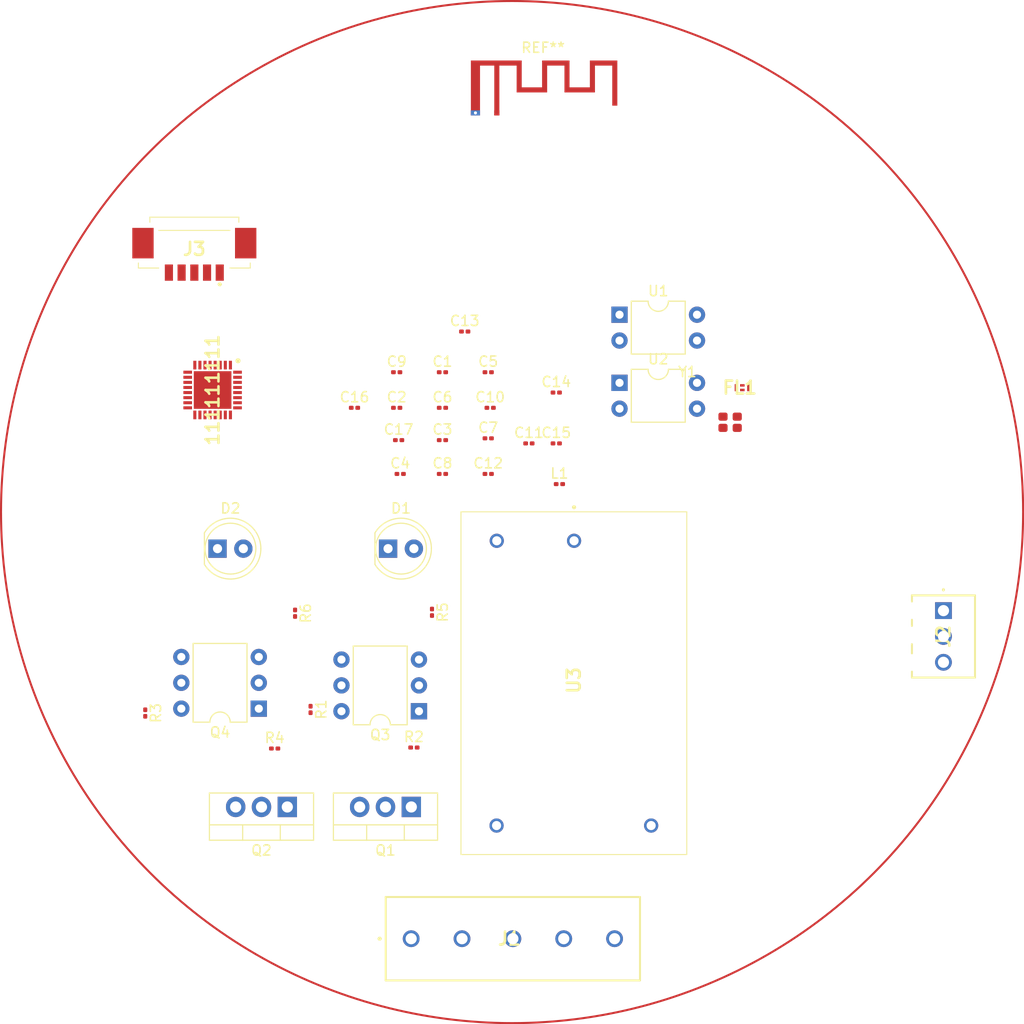
<source format=kicad_pcb>
(kicad_pcb (version 20240108) (generator "pcbnew") (generator_version "8.0")
  (layers (0 "F.Cu" signal) (31 "B.Cu" signal) (34 "B.Paste" user) (35 "F.Paste" user) (36 "B.SilkS" user "B.Silkscreen") (37 "F.SilkS" user "F.Silkscreen") (38 "B.Mask" user) (39 "F.Mask" user) (44 "Edge.Cuts" user))
  (net 0 "")
  (net 2 "VDD")
  (net 4 "JTCK{slash}SWCLK")
  (net 5 "Net-(111111111-RF)")
  (net 7 "Net-(111111111-PA1)")
  (net 9 "Net-(111111111-OSC_OUT)")
  (net 14 "Motor_output_2")
  (net 15 "Motor_output_1")
  (net 16 "Net-(111111111-OSC_IN)")
  (net 18 "JTMS{slash}SWDIO")
  (net 19 "Net-(111111111-PA0)")
  (net 21 "Negated Reset")
  (net 22 "GND")
  (net 25 "Net-(111111111-PH3-BOOT0)")
  (net 27 "Net-(FL1-IN)")
  (net 28 "Net-(D1-A)")
  (net 29 "Net-(D2-A)")
  (net 30 "Net-(AE1-A)")
  (net 31 "Q1_connector")
  (net 32 "L_connector")
  (net 33 "Q2_connector")
  (net 34 "N_connector")
  (net 35 "Switch_Input_2")
  (net 36 "Switch_Common")
  (net 37 "Switch_input_1")
  (net 40 "Net-(Q1-G)")
  (net 41 "Net-(Q2-G)")
  (net 42 "Net-(Q3-Pad1)")
  (net 43 "Net-(Q3-Pad6)")
  (net 44 "Net-(Q3-Pad4)")
  (net 48 "Net-(Q4-Pad6)")
  (net 49 "Net-(Q4-Pad4)")
  (net 50 "Net-(Q4-Pad1)")
  (footprint "Capacitor_SMD:C_0201_0603Metric" (layer "F.Cu") (at 115.845 90.678)
    (property "Reference" "C17" (at 0 -1.05 0) (layer "F.SilkS"))
    (property "Value" "100nF")
    (pad "1" smd roundrect (at -0.32 0) (size 0.46 0.4) (layers "F.Cu" "F.Mask") (net 2 "VDD"))
    (pad "2" smd roundrect (at 0.32 0) (size 0.46 0.4) (layers "F.Cu" "F.Mask") (net 22 "GND"))
  )
  (footprint "Resistor_SMD:R_0201_0603Metric" (layer "F.Cu") (at 103.655 121)
    (property "Reference" "R4" (at 0 -1.05 0) (layer "F.SilkS"))
    (property "Value" "180R")
    (pad "1" smd roundrect (at -0.32 0) (size 0.46 0.4) (layers "F.Cu" "F.Mask") (net 48 "Net-(Q4-Pad6)"))
    (pad "2" smd roundrect (at 0.32 0) (size 0.46 0.4) (layers "F.Cu" "F.Mask") (net 32 "L_connector"))
  )
  (footprint "Package_DIP:DIP-6_W7.62mm" (layer "F.Cu") (at 117.846 117.333 180)
    (property "Reference" "Q3" (at 3.81 -2.33 0) (layer "F.SilkS"))
    (property "Value" "MOC3032M")
    (fp_line (start 6.46 6.41) (end 6.46 -1.33) (stroke (width 0.12)) (layer "F.SilkS"))
    (fp_line (start 6.46 -1.33) (end 4.81 -1.33) (stroke (width 0.12)) (layer "F.SilkS"))
    (fp_line (start 2.81 -1.33) (end 1.16 -1.33) (stroke (width 0.12)) (layer "F.SilkS"))
    (fp_line (start 1.16 6.41) (end 6.46 6.41) (stroke (width 0.12)) (layer "F.SilkS"))
    (fp_line (start 1.16 -1.33) (end 1.16 6.41) (stroke (width 0.12)) (layer "F.SilkS"))
    (fp_arc (start 4.81 -1.33) (mid 3.81 -0.33) (end 2.81 -1.33) (stroke (width 0.12)) (layer "F.SilkS"))
    (pad "1" thru_hole rect (at 0 0 180) (size 1.6 1.6) (drill 0.8) (layers "*.Cu" "*.Mask") (net 42 "Net-(Q3-Pad1)"))
    (pad "2" thru_hole oval (at 0 2.54 180) (size 1.6 1.6) (drill 0.8) (layers "*.Cu" "*.Mask") (net 28 "Net-(D1-A)"))
    (pad "3" thru_hole oval (at 0 5.08 180) (size 1.6 1.6) (drill 0.8) (layers "*.Cu" "*.Mask"))
    (pad "4" thru_hole oval (at 7.62 5.08 180) (size 1.6 1.6) (drill 0.8) (layers "*.Cu" "*.Mask") (net 44 "Net-(Q3-Pad4)"))
    (pad "5" thru_hole oval (at 7.62 2.54 180) (size 1.6 1.6) (drill 0.8) (layers "*.Cu" "*.Mask"))
    (pad "6" thru_hole oval (at 7.62 0 180) (size 1.6 1.6) (drill 0.8) (layers "*.Cu" "*.Mask") (net 43 "Net-(Q3-Pad6)"))
  )
  (footprint "LED_THT:LED_D5.0mm_IRGrey" (layer "F.Cu") (at 98.039 101.346)
    (property "Reference" "D2" (at 1.27 -3.96 0) (layer "F.SilkS"))
    (property "Value" "LD271")
    (fp_line (start -1.29 -1.545) (end -1.29 1.545) (stroke (width 0.12)) (layer "F.SilkS"))
    (fp_arc (start -1.29 -1.54483) (mid 2.072002 -2.880433) (end 4.26 0.000462) (stroke (width 0.12)) (layer "F.SilkS"))
    (fp_arc (start 4.26 -0.000462) (mid 2.072002 2.880433) (end -1.29 1.54483) (stroke (width 0.12)) (layer "F.SilkS"))
    (fp_circle (center 1.27 0) (end 3.77 0) (stroke (width 0.12)) (fill none) (layer "F.SilkS"))
    (pad "1" thru_hole rect (at 0 0) (size 1.8 1.8) (drill 0.9) (layers "*.Cu" "*.Mask") (net 14 "Motor_output_2"))
    (pad "2" thru_hole circle (at 2.54 0) (size 1.8 1.8) (drill 0.9) (layers "*.Cu" "*.Mask") (net 29 "Net-(D2-A)"))
  )
  (footprint "Capacitor_SMD:C_0201_0603Metric" (layer "F.Cu") (at 124.845 87.5)
    (property "Reference" "C10" (at 0 -1.05 0) (layer "F.SilkS"))
    (property "Value" "100nF")
    (pad "1" smd roundrect (at -0.32 0) (size 0.46 0.4) (layers "F.Cu" "F.Mask") (net 2 "VDD"))
    (pad "2" smd roundrect (at 0.32 0) (size 0.46 0.4) (layers "F.Cu" "F.Mask") (net 22 "GND"))
  )
  (footprint "Inductor_SMD:L_0201_0603Metric" (layer "F.Cu") (at 131.655 95)
    (property "Reference" "L1" (at 0 -1.05 0) (layer "F.SilkS"))
    (property "Value" "2.7nH")
    (pad "1" smd roundrect (at -0.32 0) (size 0.46 0.4) (layers "F.Cu" "F.Mask") (net 5 "Net-(111111111-RF)"))
    (pad "2" smd roundrect (at 0.32 0) (size 0.46 0.4) (layers "F.Cu" "F.Mask") (net 27 "Net-(FL1-IN)"))
  )
  (footprint "Capacitor_SMD:C_0201_0603Metric" (layer "F.Cu") (at 131.345 91)
    (property "Reference" "C15" (at 0 -1.05 0) (layer "F.SilkS"))
    (property "Value" "0.3pF")
    (pad "1" smd roundrect (at -0.32 0) (size 0.46 0.4) (layers "F.Cu" "F.Mask") (net 27 "Net-(FL1-IN)"))
    (pad "2" smd roundrect (at 0.32 0) (size 0.46 0.4) (layers "F.Cu" "F.Mask") (net 22 "GND"))
  )
  (footprint "Capacitor_SMD:C_0201_0603Metric" (layer "F.Cu") (at 116 94)
    (property "Reference" "C4" (at 0 -1.05 0) (layer "F.SilkS"))
    (property "Value" "470nF")
    (pad "1" smd roundrect (at -0.32 0) (size 0.46 0.4) (layers "F.Cu" "F.Mask") (net 2 "VDD"))
    (pad "2" smd roundrect (at 0.32 0) (size 0.46 0.4) (layers "F.Cu" "F.Mask") (net 22 "GND"))
  )
  (footprint "Resistor_SMD:R_0201_0603Metric" (layer "F.Cu") (at 105.664 107.696 -90)
    (property "Reference" "R6" (at 0 -1.05 90) (layer "F.SilkS"))
    (property "Value" "330R")
    (pad "1" smd roundrect (at -0.32 0 270) (size 0.46 0.4) (layers "F.Cu" "F.Mask") (net 2 "VDD"))
    (pad "2" smd roundrect (at 0.32 0 270) (size 0.46 0.4) (layers "F.Cu" "F.Mask") (net 50 "Net-(Q4-Pad1)"))
  )
  (footprint "Capacitor_SMD:C_0201_0603Metric" (layer "F.Cu") (at 115.655 87.5)
    (property "Reference" "C2" (at 0 -1.05 0) (layer "F.SilkS"))
    (property "Value" "100nF")
    (pad "1" smd roundrect (at -0.32 0) (size 0.46 0.4) (layers "F.Cu" "F.Mask") (net 2 "VDD"))
    (pad "2" smd roundrect (at 0.32 0) (size 0.46 0.4) (layers "F.Cu" "F.Mask") (net 22 "GND"))
  )
  (footprint "Resistor_SMD:R_0201_0603Metric" (layer "F.Cu") (at 107.188 117.16 -90)
    (property "Reference" "R1" (at 0 -1.05 90) (layer "F.SilkS"))
    (property "Value" "180R")
    (pad "1" smd roundrect (at -0.32 0 270) (size 0.46 0.4) (layers "F.Cu" "F.Mask") (net 44 "Net-(Q3-Pad4)"))
    (pad "2" smd roundrect (at 0.32 0 270) (size 0.46 0.4) (layers "F.Cu" "F.Mask") (net 40 "Net-(Q1-G)"))
  )
  (footprint "Capacitor_SMD:C_0201_0603Metric" (layer "F.Cu") (at 120.155 84)
    (property "Reference" "C1" (at 0 -1.05 0) (layer "F.SilkS"))
    (property "Value" "4.7uF")
    (pad "1" smd roundrect (at -0.32 0) (size 0.46 0.4) (layers "F.Cu" "F.Mask") (net 2 "VDD"))
    (pad "2" smd roundrect (at 0.32 0) (size 0.46 0.4) (layers "F.Cu" "F.Mask") (net 22 "GND"))
  )
  (footprint "Package_DIP:DIP-6_W7.62mm" (layer "F.Cu") (at 102.098 117.079 180)
    (property "Reference" "Q4" (at 3.81 -2.33 0) (layer "F.SilkS"))
    (property "Value" "MOC3032M")
    (fp_line (start 6.46 6.41) (end 6.46 -1.33) (stroke (width 0.12)) (layer "F.SilkS"))
    (fp_line (start 6.46 -1.33) (end 4.81 -1.33) (stroke (width 0.12)) (layer "F.SilkS"))
    (fp_line (start 2.81 -1.33) (end 1.16 -1.33) (stroke (width 0.12)) (layer "F.SilkS"))
    (fp_line (start 1.16 6.41) (end 6.46 6.41) (stroke (width 0.12)) (layer "F.SilkS"))
    (fp_line (start 1.16 -1.33) (end 1.16 6.41) (stroke (width 0.12)) (layer "F.SilkS"))
    (fp_arc (start 4.81 -1.33) (mid 3.81 -0.33) (end 2.81 -1.33) (stroke (width 0.12)) (layer "F.SilkS"))
    (pad "1" thru_hole rect (at 0 0 180) (size 1.6 1.6) (drill 0.8) (layers "*.Cu" "*.Mask") (net 50 "Net-(Q4-Pad1)"))
    (pad "2" thru_hole oval (at 0 2.54 180) (size 1.6 1.6) (drill 0.8) (layers "*.Cu" "*.Mask") (net 29 "Net-(D2-A)"))
    (pad "3" thru_hole oval (at 0 5.08 180) (size 1.6 1.6) (drill 0.8) (layers "*.Cu" "*.Mask"))
    (pad "4" thru_hole oval (at 7.62 5.08 180) (size 1.6 1.6) (drill 0.8) (layers "*.Cu" "*.Mask") (net 49 "Net-(Q4-Pad4)"))
    (pad "5" thru_hole oval (at 7.62 2.54 180) (size 1.6 1.6) (drill 0.8) (layers "*.Cu" "*.Mask"))
    (pad "6" thru_hole oval (at 7.62 0 180) (size 1.6 1.6) (drill 0.8) (layers "*.Cu" "*.Mask") (net 48 "Net-(Q4-Pad6)"))
  )
  (footprint "Package_DIP:DIP-4_W7.62mm" (layer "F.Cu") (at 137.565 78.345)
    (property "Reference" "U1" (at 3.81 -2.33 0) (layer "F.SilkS"))
    (property "Value" "LTV-817")
    (fp_line (start 1.16 -1.33) (end 1.16 3.87) (stroke (width 0.12)) (layer "F.SilkS"))
    (fp_line (start 1.16 3.87) (end 6.46 3.87) (stroke (width 0.12)) (layer "F.SilkS"))
    (fp_line (start 2.81 -1.33) (end 1.16 -1.33) (stroke (width 0.12)) (layer "F.SilkS"))
    (fp_line (start 6.46 -1.33) (end 4.81 -1.33) (stroke (width 0.12)) (layer "F.SilkS"))
    (fp_line (start 6.46 3.87) (end 6.46 -1.33) (stroke (width 0.12)) (layer "F.SilkS"))
    (fp_arc (start 4.81 -1.33) (mid 3.81 -0.33) (end 2.81 -1.33) (stroke (width 0.12)) (layer "F.SilkS"))
    (pad "1" thru_hole rect (at 0 0) (size 1.6 1.6) (drill 0.8) (layers "*.Cu" "*.Mask") (net 37 "Switch_input_1"))
    (pad "2" thru_hole oval (at 0 2.54) (size 1.6 1.6) (drill 0.8) (layers "*.Cu" "*.Mask") (net 36 "Switch_Common"))
    (pad "3" thru_hole oval (at 7.62 2.54) (size 1.6 1.6) (drill 0.8) (layers "*.Cu" "*.Mask") (net 22 "GND"))
    (pad "4" thru_hole oval (at 7.62 0) (size 1.6 1.6) (drill 0.8) (layers "*.Cu" "*.Mask") (net 19 "Net-(111111111-PA0)"))
  )
  (footprint "Sterownik_roletyLibrary:2828365" (layer "F.Cu") (at 117.08 139.7)
    (property "Reference" "J1" (at 9.65 0 0) (layer "F.SilkS") (effects (font (size 1.27 1.27) (thickness 0.254))))
    (property "Value" "282836-5" (hide yes))
    (fp_line (start -3.2 0) (end -3.2 0) (stroke (width 0.2)) (layer "F.SilkS"))
    (fp_line (start -3 0) (end -3 0) (stroke (width 0.2)) (layer "F.SilkS"))
    (fp_line (start -2.5 -4.1) (end 22.5 -4.1) (stroke (width 0.2)) (layer "F.SilkS"))
    (fp_line (start -2.5 4.1) (end -2.5 -4.1) (stroke (width 0.2)) (layer "F.SilkS"))
    (fp_line (start 22.5 -4.1) (end 22.5 4.1) (stroke (width 0.2)) (layer "F.SilkS"))
    (fp_line (start 22.5 4.1) (end -2.5 4.1) (stroke (width 0.2)) (layer "F.SilkS"))
    (fp_arc (start -3.2 0) (mid -3.1 -0.1) (end -3 0) (stroke (width 0.2)) (layer "F.SilkS"))
    (fp_arc (start -3 0) (mid -3.1 0.1) (end -3.2 0) (stroke (width 0.2)) (layer "F.SilkS"))
    (pad "1" thru_hole circle (at 0 0) (size 1.65 1.65) (drill 1.1) (layers "*.Cu" "*.Mask") (net 33 "Q2_connector"))
    (pad "2" thru_hole circle (at 5 0) (size 1.65 1.65) (drill 1.1) (layers "*.Cu" "*.Mask") (net 31 "Q1_connector"))
    (pad "3" thru_hole circle (at 10 0) (size 1.65 1.65) (drill 1.1) (layers "*.Cu" "*.Mask") (net 34 "N_connector"))
    (pad "4" thru_hole circle (at 15 0) (size 1.65 1.65) (drill 1.1) (layers "*.Cu" "*.Mask") (net 34 "N_connector"))
    (pad "5" thru_hole circle (at 20 0) (size 1.65 1.65) (drill 1.1) (layers "*.Cu" "*.Mask") (net 32 "L_connector"))
  )
  (footprint "Resistor_SMD:R_0201_0603Metric" (layer "F.Cu") (at 90.932 117.511 -90)
    (property "Reference" "R3" (at 0 -1.05 90) (layer "F.SilkS"))
    (property "Value" "180R")
    (pad "1" smd roundrect (at -0.32 0 270) (size 0.46 0.4) (layers "F.Cu" "F.Mask") (net 49 "Net-(Q4-Pad4)"))
    (pad "2" smd roundrect (at 0.32 0 270) (size 0.46 0.4) (layers "F.Cu" "F.Mask") (net 41 "Net-(Q2-G)"))
  )
  (footprint "Sterownik_roletyLibrary:TXC 7R-32.000MEEV-T" (layer "F.Cu") (at 148.44 88.92)
    (property "Reference" "Y1" (at -4.2 -4.95 0) (layer "F.SilkS"))
    (property "Value" "TXC 7R-32.000MEEV-T")
    (pad "1" smd roundrect (at -0.7 0.55) (size 0.9 0.8) (layers "F.Cu" "F.Paste" "F.Mask") (net 9 "Net-(111111111-OSC_OUT)"))
    (pad "2" smd roundrect (at 0.7 0.55) (size 0.9 0.8) (layers "F.Cu" "F.Paste" "F.Mask") (net 22 "GND"))
    (pad "3" smd roundrect (at 0.7 -0.55) (size 0.9 0.8) (layers "F.Cu" "F.Paste" "F.Mask") (net 16 "Net-(111111111-OSC_IN)"))
    (pad "4" smd roundrect (at -0.7 -0.55) (size 0.9 0.8) (layers "F.Cu" "F.Paste" "F.Mask") (net 22 "GND"))
  )
  (footprint "Capacitor_SMD:C_0201_0603Metric" (layer "F.Cu") (at 124.655 94)
    (property "Reference" "C12" (at 0 -1.05 0) (layer "F.SilkS"))
    (property "Value" "100nF")
    (pad "1" smd roundrect (at -0.32 0) (size 0.46 0.4) (layers "F.Cu" "F.Mask") (net 25 "Net-(111111111-PH3-BOOT0)"))
    (pad "2" smd roundrect (at 0.32 0) (size 0.46 0.4) (layers "F.Cu" "F.Mask") (net 22 "GND"))
  )
  (footprint "Capacitor_SMD:C_0201_0603Metric" (layer "F.Cu") (at 124.655 84)
    (property "Reference" "C5" (at 0 -1.05 0) (layer "F.SilkS"))
    (property "Value" "1uF")
    (pad "1" smd roundrect (at -0.32 0) (size 0.46 0.4) (layers "F.Cu" "F.Mask") (net 2 "VDD"))
    (pad "2" smd roundrect (at 0.32 0) (size 0.46 0.4) (layers "F.Cu" "F.Mask") (net 22 "GND"))
  )
  (footprint "Capacitor_SMD:C_0201_0603Metric" (layer "F.Cu") (at 120.155 90.678)
    (property "Reference" "C3" (at 0 -1.05 0) (layer "F.SilkS"))
    (property "Value" "100nF")
    (pad "1" smd roundrect (at -0.32 0) (size 0.46 0.4) (layers "F.Cu" "F.Mask") (net 2 "VDD"))
    (pad "2" smd roundrect (at 0.32 0) (size 0.46 0.4) (layers "F.Cu" "F.Mask") (net 22 "GND"))
  )
  (footprint "Package_TO_SOT_THT:TO-220-3_Vertical" (layer "F.Cu") (at 104.902 126.746 180)
    (property "Reference" "Q2" (at 2.54 -4.27 0) (layer "F.SilkS"))
    (property "Value" "BT136-600")
    (fp_line (start 7.66 -3.27) (end 7.66 1.371) (stroke (width 0.12)) (layer "F.SilkS"))
    (fp_line (start 4.391 -3.27) (end 4.391 -1.76) (stroke (width 0.12)) (layer "F.SilkS"))
    (fp_line (start 0.69 -3.27) (end 0.69 -1.76) (stroke (width 0.12)) (layer "F.SilkS"))
    (fp_line (start -2.58 1.371) (end 7.66 1.371) (stroke (width 0.12)) (layer "F.SilkS"))
    (fp_line (start -2.58 -1.76) (end 7.66 -1.76) (stroke (width 0.12)) (layer "F.SilkS"))
    (fp_line (start -2.58 -3.27) (end 7.66 -3.27) (stroke (width 0.12)) (layer "F.SilkS"))
    (fp_line (start -2.58 -3.27) (end -2.58 1.371) (stroke (width 0.12)) (layer "F.SilkS"))
    (pad "1" thru_hole rect (at 0 0 180) (size 1.905 2) (drill 1.1) (layers "*.Cu" "*.Mask") (net 32 "L_connector"))
    (pad "2" thru_hole oval (at 2.54 0 180) (size 1.905 2) (drill 1.1) (layers "*.Cu" "*.Mask") (net 33 "Q2_connector"))
    (pad "3" thru_hole oval (at 5.08 0 180) (size 1.905 2) (drill 1.1) (layers "*.Cu" "*.Mask") (net 41 "Net-(Q2-G)"))
  )
  (footprint "Package_DIP:DIP-4_W7.62mm" (layer "F.Cu") (at 137.565 85.045)
    (property "Reference" "U2" (at 3.81 -2.33 0) (layer "F.SilkS"))
    (property "Value" "LTV-817")
    (fp_line (start 1.16 -1.33) (end 1.16 3.87) (stroke (width 0.12)) (layer "F.SilkS"))
    (fp_line (start 1.16 3.87) (end 6.46 3.87) (stroke (width 0.12)) (layer "F.SilkS"))
    (fp_line (start 2.81 -1.33) (end 1.16 -1.33) (stroke (width 0.12)) (layer "F.SilkS"))
    (fp_line (start 6.46 -1.33) (end 4.81 -1.33) (stroke (width 0.12)) (layer "F.SilkS"))
    (fp_line (start 6.46 3.87) (end 6.46 -1.33) (stroke (width 0.12)) (layer "F.SilkS"))
    (fp_arc (start 4.81 -1.33) (mid 3.81 -0.33) (end 2.81 -1.33) (stroke (width 0.12)) (layer "F.SilkS"))
    (pad "1" thru_hole rect (at 0 0) (size 1.6 1.6) (drill 0.8) (layers "*.Cu" "*.Mask") (net 35 "Switch_Input_2"))
    (pad "2" thru_hole oval (at 0 2.54) (size 1.6 1.6) (drill 0.8) (layers "*.Cu" "*.Mask") (net 36 "Switch_Common"))
    (pad "3" thru_hole oval (at 7.62 2.54) (size 1.6 1.6) (drill 0.8) (layers "*.Cu" "*.Mask") (net 22 "GND"))
    (pad "4" thru_hole oval (at 7.62 0) (size 1.6 1.6) (drill 0.8) (layers "*.Cu" "*.Mask") (net 7 "Net-(111111111-PA1)"))
  )
  (footprint "Capacitor_SMD:C_0201_0603Metric" (layer "F.Cu") (at 115.655 84)
    (property "Reference" "C9" (at 0 -1.05 0) (layer "F.SilkS"))
    (property "Value" "100nF")
    (pad "1" smd roundrect (at -0.32 0) (size 0.46 0.4) (layers "F.Cu" "F.Mask") (net 2 "VDD"))
    (pad "2" smd roundrect (at 0.32 0) (size 0.46 0.4) (layers "F.Cu" "F.Mask") (net 22 "GND"))
  )
  (footprint "Capacitor_SMD:C_0201_0603Metric" (layer "F.Cu") (at 120.155 94)
    (property "Reference" "C8" (at 0 -1.05 0) (layer "F.SilkS"))
    (property "Value" "100nF")
    (pad "1" smd roundrect (at -0.32 0) (size 0.46 0.4) (layers "F.Cu" "F.Mask") (net 2 "VDD"))
    (pad "2" smd roundrect (at 0.32 0) (size 0.46 0.4) (layers "F.Cu" "F.Mask") (net 22 "GND"))
  )
  (footprint "Capacitor_SMD:C_0201_0603Metric" (layer "F.Cu") (at 128.655 91)
    (property "Reference" "C11" (at 0 -1.05 0) (layer "F.SilkS"))
    (property "Value" "0.8pF")
    (pad "1" smd roundrect (at -0.32 0) (size 0.46 0.4) (layers "F.Cu" "F.Mask") (net 5 "Net-(111111111-RF)"))
    (pad "2" smd roundrect (at 0.32 0) (size 0.46 0.4) (layers "F.Cu" "F.Mask") (net 22 "GND"))
  )
  (footprint "Sterownik_roletyLibrary:533980567" (layer "F.Cu") (at 95.758 71.882)
    (property "Reference" "J3" (at 0 0 0) (layer "F.SilkS") (effects (font (size 1.27 1.27) (thickness 0.254))))
    (property "Value" "53398-0567" (hide yes))
    (fp_line (start -5.5 1.875) (end -5.5 1.375) (stroke (width 0.1)) (layer "F.SilkS"))
    (fp_line (start -4.375 -3.125) (end 4.375 -3.125) (stroke (width 0.1)) (layer "F.SilkS"))
    (fp_line (start -4.375 -2.625) (end -4.375 -3.125) (stroke (width 0.1)) (layer "F.SilkS"))
    (fp_line (start -3.5 -1.825) (end 3.5 -1.825) (stroke (width 0.1)) (layer "F.SilkS"))
    (fp_line (start -3.5 1.875) (end -5.5 1.875) (stroke (width 0.1)) (layer "F.SilkS"))
    (fp_line (start 2.4 3.475) (end 2.4 3.475) (stroke (width 0.2)) (layer "F.SilkS"))
    (fp_line (start 2.6 3.475) (end 2.6 3.475) (stroke (width 0.2)) (layer "F.SilkS"))
    (fp_line (start 3.5 1.875) (end 5.5 1.875) (stroke (width 0.1)) (layer "F.SilkS"))
    (fp_line (start 4.375 -3.125) (end 4.375 -2.625) (stroke (width 0.1)) (layer "F.SilkS"))
    (fp_line (start 5.5 1.875) (end 5.5 1.375) (stroke (width 0.1)) (layer "F.SilkS"))
    (fp_arc (start 2.4 3.475) (mid 2.5 3.375) (end 2.6 3.475) (stroke (width 0.2)) (layer "F.SilkS"))
    (fp_arc (start 2.6 3.475) (mid 2.5 3.575) (end 2.4 3.475) (stroke (width 0.2)) (layer "F.SilkS"))
    (pad "1" smd rect (at 2.5 2.325) (size 0.8 1.6) (layers "F.Cu" "F.Paste" "F.Mask") (net 22 "GND"))
    (pad "2" smd rect (at 1.25 2.325) (size 0.8 1.6) (layers "F.Cu" "F.Paste" "F.Mask") (net 2 "VDD"))
    (pad "3" smd rect (at 0 2.325) (size 0.8 1.6) (layers "F.Cu" "F.Paste" "F.Mask") (net 4 "JTCK{slash}SWCLK"))
    (pad "4" smd rect (at -1.25 2.325) (size 0.8 1.6) (layers "F.Cu" "F.Paste" "F.Mask") (net 18 "JTMS{slash}SWDIO"))
    (pad "5" smd rect (at -2.5 2.325) (size 0.8 1.6) (layers "F.Cu" "F.Paste" "F.Mask") (net 21 "Negated Reset"))
    (pad "6" smd rect (at -5.05 -0.575) (size 2.1 3) (layers "F.Cu" "F.Paste" "F.Mask"))
    (pad "7" smd rect (at 5.05 -0.575) (size 2.1 3) (layers "F.Cu" "F.Paste" "F.Mask"))
  )
  (footprint "Sterownik_roletyLibrary:1725669" (layer "F.Cu") (at 169.418 107.442 -90)
    (property "Reference" "J2" (at 2.54 0 90) (layer "F.SilkS") (effects (font (size 1.27 1.27) (thickness 0.254))))
    (property "Value" "1725669" (hide yes))
    (fp_line (start -1.5 3.1) (end -1.5 -3.1) (stroke (width 0.2)) (layer "F.SilkS"))
    (fp_line (start -0.9 3.1) (end -1.5 3.1) (stroke (width 0.2)) (layer "F.SilkS"))
    (fp_line (start 1.5 3.1) (end 0.9 3.1) (stroke (width 0.2)) (layer "F.SilkS"))
    (fp_line (start 4.2 3.1) (end 3.3 3.1) (stroke (width 0.2)) (layer "F.SilkS"))
    (fp_line (start 6.58 3.1) (end 6 3.1) (stroke (width 0.2)) (layer "F.SilkS"))
    (fp_line (start -2.1 0) (end -2.1 0) (stroke (width 0.2)) (layer "F.SilkS"))
    (fp_line (start -2.1 0) (end -2.1 0) (stroke (width 0.2)) (layer "F.SilkS"))
    (fp_line (start -2 0) (end -2 0) (stroke (width 0.2)) (layer "F.SilkS"))
    (fp_line (start -1.5 -3.1) (end 6.58 -3.1) (stroke (width 0.2)) (layer "F.SilkS"))
    (fp_line (start 6.58 -3.1) (end 6.58 3.1) (stroke (width 0.2)) (layer "F.SilkS"))
    (fp_arc (start -2.1 0) (mid -2.05 -0.05) (end -2 0) (stroke (width 0.2)) (layer "F.SilkS"))
    (fp_arc (start -2 0) (mid -2.05 0.05) (end -2.1 0) (stroke (width 0.2)) (layer "F.SilkS"))
    (fp_arc (start -2 0) (mid -2.05 0.05) (end -2.1 0) (stroke (width 0.2)) (layer "F.SilkS"))
    (pad "" np_thru_hole circle (at 0 2.54 270) (size 1.1 1.1) (drill 1.1) (layers "*.Cu" "*.Mask"))
    (pad "" np_thru_hole circle (at 2.54 2.54 270) (size 1.1 1.1) (drill 1.1) (layers "*.Cu" "*.Mask"))
    (pad "" np_thru_hole circle (at 5.08 2.54 270) (size 1.1 1.1) (drill 1.1) (layers "*.Cu" "*.Mask"))
    (pad "1" thru_hole rect (at 0 0 270) (size 1.65 1.65) (drill 1.1) (layers "*.Cu" "*.Mask") (net 37 "Switch_input_1"))
    (pad "2" thru_hole circle (at 2.54 0 270) (size 1.65 1.65) (drill 1.1) (layers "*.Cu" "*.Mask") (net 35 "Switch_Input_2"))
    (pad "3" thru_hole circle (at 5.08 0 270) (size 1.65 1.65) (drill 1.1) (layers "*.Cu" "*.Mask") (net 36 "Switch_Common"))
  )
  (footprint "Capacitor_SMD:C_0201_0603Metric" (layer "F.Cu") (at 120.155 87.5)
    (property "Reference" "C6" (at 0 -1.05 0) (layer "F.SilkS"))
    (property "Value" "100nF")
    (pad "1" smd roundrect (at -0.32 0) (size 0.46 0.4) (layers "F.Cu" "F.Mask") (net 2 "VDD"))
    (pad "2" smd roundrect (at 0.32 0) (size 0.46 0.4) (layers "F.Cu" "F.Mask") (net 22 "GND"))
  )
  (footprint "RF_Antenna:Texas_SWRA117D_2.4GHz_Right" (layer "F.Cu") (at 125.5 58.5)
    (property "Reference" "REF**" (at 4.55 -6.41 0) (layer "F.SilkS"))
    (property "Value" "Texas_SWRA117D_2.4GHz_Right")
    (fp_poly (pts (xy 2.45 -2.51) (xy 4.45 -2.51) (xy 4.45 -5.15) (xy 7.15 -5.15) (xy 7.15 -2.51) (xy 9.15 -2.51) (xy 9.15 -5.15) (xy 11.85 -5.15) (xy 11.85 -0.71) (xy 11.35 -0.71) (xy 11.35 -4.65) (xy 9.65 -4.65) (xy 9.65 -2.01) (xy 6.65 -2.01) (xy 6.65 -4.65) (xy 4.95 -4.65) (xy 4.95 -2.01) (xy 1.95 -2.01) (xy 1.95 -4.65) (xy 0.25 -4.65) (xy 0.25 0.25) (xy -0.25 0.25) (xy -0.25 -4.65) (xy -1.65 -4.65) (xy -1.65 0.25) (xy -2.55 0.25) (xy -2.55 0.006785) (xy -2.247583 0.006785) (xy -2.237742 0.054395) (xy -2.213674 0.096797) (xy -2.175731 0.129581) (xy -2.167819 0.133935) (xy -2.125156 0.146043) (xy -2.076637 0.1453) (xy -2.031122 0.1324) (xy -2.012511 0.121787) (xy -1.978868 0.086553) (xy -1.958309 0.041368) (xy -1.951778 -0.008158) (xy -1.960218 -0.056417) (xy -1.977112 -0.088643) (xy -2.012372 -0.121313) (xy -2.057682 -0.141408) (xy -2.107267 -0.147982) (xy -2.155353 -0.140092) (xy -2.188245 -0.123186) (xy -2.223185 -0.086416) (xy -2.242847 -0.041622) (xy -2.247583 0.006785) (xy -2.55 0.006785) (xy -2.55 -5.15) (xy 2.45 -5.15) (xy 2.45 -2.51)) (fill solid) (layer "F.Cu"))
    (pad "1" connect rect (at 0 0) (size 0.5 0.5) (layers "F.Cu"))
    (pad "2" thru_hole rect (at -2.1 0) (size 0.9 0.5) (drill 0.3) (layers "*.Cu"))
  )
  (footprint "Capacitor_SMD:C_0201_0603Metric" (layer "F.Cu") (at 131.345 86)
    (property "Reference" "C14" (at 0 -1.05 0) (layer "F.SilkS"))
    (property "Value" "16pF")
    (pad "1" smd roundrect (at -0.32 0) (size 0.46 0.4) (layers "F.Cu" "F.Mask") (net 22 "GND"))
    (pad "2" smd roundrect (at 0.32 0) (size 0.46 0.4) (layers "F.Cu" "F.Mask") (net 9 "Net-(111111111-OSC_OUT)"))
  )
  (footprint "Sterownik_roletyLibrary:DLF162500LT5028A1" (layer "F.Cu") (at 149.64 85.52)
    (property "Reference" "FL1" (at -0.25 0 0) (layer "F.SilkS") (effects (font (size 1.27 1.27) (thickness 0.254))))
    (property "Value" "DLF162500LT-5028A1" (hide yes))
    (fp_line (start -1.3 -0.1) (end -1.3 -0.1) (stroke (width 0.1)) (layer "F.SilkS"))
    (fp_line (start -1.2 -0.1) (end -1.2 -0.1) (stroke (width 0.1)) (layer "F.SilkS"))
    (fp_arc (start -1.3 -0.1) (mid -1.25 -0.15) (end -1.2 -0.1) (stroke (width 0.1)) (layer "F.SilkS"))
    (fp_arc (start -1.2 -0.1) (mid -1.25 -0.05) (end -1.3 -0.1) (stroke (width 0.1)) (layer "F.SilkS"))
    (pad "1" smd rect (at -0.612 0) (size 0.275 0.7) (layers "F.Cu" "F.Paste" "F.Mask") (net 27 "Net-(FL1-IN)"))
    (pad "2" smd rect (at 0 0.227 90) (size 0.245 0.45) (layers "F.Cu" "F.Paste" "F.Mask") (net 22 "GND"))
    (pad "3" smd rect (at 0.613 0) (size 0.275 0.7) (layers "F.Cu" "F.Paste" "F.Mask") (net 30 "Net-(AE1-A)"))
    (pad "4" smd rect (at 0 -0.227 90) (size 0.245 0.45) (layers "F.Cu" "F.Paste" "F.Mask") (net 22 "GND"))
  )
  (footprint "Sterownik_roletyLibrary:IRM015" (layer "F.Cu") (at 133.096 100.575 -90)
    (property "Reference" "U3" (at 13.725 0.02 90) (layer "F.SilkS") (effects (font (size 1.27 1.27) (thickness 0.254))))
    (property "Value" "IRM-01-3.3" (hide yes))
    (fp_line (start -2.85 11.12) (end -2.85 -11.08) (stroke (width 0.1)) (layer "F.SilkS"))
    (fp_line (start 30.85 11.12) (end -2.85 11.12) (stroke (width 0.1)) (layer "F.SilkS"))
    (fp_line (start -3.3 0.1) (end -3.3 0.1) (stroke (width 0.2)) (layer "F.SilkS"))
    (fp_line (start -3.3 -0.1) (end -3.3 -0.1) (stroke (width 0.2)) (layer "F.SilkS"))
    (fp_line (start -2.85 -11.08) (end 30.85 -11.08) (stroke (width 0.1)) (layer "F.SilkS"))
    (fp_line (start 30.85 -11.08) (end 30.85 11.12) (stroke (width 0.1)) (layer "F.SilkS"))
    (fp_arc (start -3.3 0.1) (mid -3.4 0) (end -3.3 -0.1) (stroke (width 0.2)) (layer "F.SilkS"))
    (fp_arc (start -3.3 -0.1) (mid -3.2 0) (end -3.3 0.1) (stroke (width 0.2)) (layer "F.SilkS"))
    (pad "" np_thru_hole circle (at 6.5 0.02 270) (size 4.5 4.5) (drill 4.5) (layers "*.Cu" "*.Mask"))
    (pad "" np_thru_hole circle (at 21.5 0.02 270) (size 4.5 4.5) (drill 4.5) (layers "*.Cu" "*.Mask"))
    (pad "1" thru_hole circle (at 0 0 270) (size 1.4 1.4) (drill 0.9) (layers "*.Cu" "*.Mask") (net 2 "VDD"))
    (pad "2" thru_hole circle (at 0 7.6 270) (size 1.4 1.4) (drill 0.9) (layers "*.Cu" "*.Mask") (net 22 "GND"))
    (pad "3" thru_hole circle (at 28 7.62 270) (size 1.4 1.4) (drill 0.9) (layers "*.Cu" "*.Mask") (net 34 "N_connector"))
    (pad "4" thru_hole circle (at 28 -7.58 270) (size 1.4 1.4) (drill 0.9) (layers "*.Cu" "*.Mask") (net 32 "L_connector"))
  )
  (footprint "Resistor_SMD:R_0201_0603Metric" (layer "F.Cu") (at 119.126 107.605 -90)
    (property "Reference" "R5" (at 0 -1.05 90) (layer "F.SilkS"))
    (property "Value" "330R")
    (pad "1" smd roundrect (at -0.32 0 270) (size 0.46 0.4) (layers "F.Cu" "F.Mask") (net 2 "VDD"))
    (pad "2" smd roundrect (at 0.32 0 270) (size 0.46 0.4) (layers "F.Cu" "F.Mask") (net 42 "Net-(Q3-Pad1)"))
  )
  (footprint "Package_TO_SOT_THT:TO-220-3_Vertical" (layer "F.Cu") (at 117.094 126.746 180)
    (property "Reference" "Q1" (at 2.54 -4.27 0) (layer "F.SilkS"))
    (property "Value" "BT136-600")
    (fp_line (start 7.66 -3.27) (end 7.66 1.371) (stroke (width 0.12)) (layer "F.SilkS"))
    (fp_line (start 4.391 -3.27) (end 4.391 -1.76) (stroke (width 0.12)) (layer "F.SilkS"))
    (fp_line (start 0.69 -3.27) (end 0.69 -1.76) (stroke (width 0.12)) (layer "F.SilkS"))
    (fp_line (start -2.58 1.371) (end 7.66 1.371) (stroke (width 0.12)) (layer "F.SilkS"))
    (fp_line (start -2.58 -1.76) (end 7.66 -1.76) (stroke (width 0.12)) (layer "F.SilkS"))
    (fp_line (start -2.58 -3.27) (end 7.66 -3.27) (stroke (width 0.12)) (layer "F.SilkS"))
    (fp_line (start -2.58 -3.27) (end -2.58 1.371) (stroke (width 0.12)) (layer "F.SilkS"))
    (pad "1" thru_hole rect (at 0 0 180) (size 1.905 2) (drill 1.1) (layers "*.Cu" "*.Mask") (net 32 "L_connector"))
    (pad "2" thru_hole oval (at 2.54 0 180) (size 1.905 2) (drill 1.1) (layers "*.Cu" "*.Mask") (net 31 "Q1_connector"))
    (pad "3" thru_hole oval (at 5.08 0 180) (size 1.905 2) (drill 1.1) (layers "*.Cu" "*.Mask") (net 40 "Net-(Q1-G)"))
  )
  (footprint "Resistor_SMD:R_0201_0603Metric" (layer "F.Cu") (at 117.348 120.904)
    (property "Reference" "R2" (at 0 -1.05 0) (layer "F.SilkS"))
    (property "Value" "180R")
    (pad "1" smd roundrect (at -0.32 0) (size 0.46 0.4) (layers "F.Cu" "F.Mask") (net 43 "Net-(Q3-Pad6)"))
    (pad "2" smd roundrect (at 0.32 0) (size 0.46 0.4) (layers "F.Cu" "F.Mask") (net 32 "L_connector"))
  )
  (footprint "Capacitor_SMD:C_0201_0603Metric" (layer "F.Cu") (at 124.655 90.5)
    (property "Reference" "C7" (at 0 -1.05 0) (layer "F.SilkS"))
    (property "Value" "10uF")
    (pad "1" smd roundrect (at -0.32 0) (size 0.46 0.4) (layers "F.Cu" "F.Mask") (net 2 "VDD"))
    (pad "2" smd roundrect (at 0.32 0) (size 0.46 0.4) (layers "F.Cu" "F.Mask") (net 22 "GND"))
  )
  (footprint "Capacitor_SMD:C_0201_0603Metric" (layer "F.Cu") (at 111.506 87.5)
    (property "Reference" "C16" (at 0 -1.05 0) (layer "F.SilkS"))
    (property "Value" "1uF")
    (pad "1" smd roundrect (at -0.32 0) (size 0.46 0.4) (layers "F.Cu" "F.Mask") (net 2 "VDD"))
    (pad "2" smd roundrect (at 0.32 0) (size 0.46 0.4) (layers "F.Cu" "F.Mask") (net 22 "GND"))
  )
  (footprint "Sterownik_roletyLibrary:QFN50P500X500X60-33N-D" (layer "F.Cu") (at 97.556 85.75 -90)
    (property "Reference" "111111111" (at 0 0 90) (layer "F.SilkS") (effects (font (size 1.27 1.27) (thickness 0.254))))
    (property "Value" "STM32WBA54KGU6" (hide yes))
    (fp_circle (center -2.875 -2.5) (end -2.875 -2.375) (stroke (width 0.25)) (fill none) (layer "F.SilkS"))
    (pad "1" smd rect (at -2.45 -1.75) (size 0.3 0.85) (layers "F.Cu" "F.Paste" "F.Mask"))
    (pad "2" smd rect (at -2.45 -1.25) (size 0.3 0.85) (layers "F.Cu" "F.Paste" "F.Mask") (net 15 "Motor_output_1"))
    (pad "3" smd rect (at -2.45 -0.75) (size 0.3 0.85) (layers "F.Cu" "F.Paste" "F.Mask"))
    (pad "4" smd rect (at -2.45 -0.25) (size 0.3 0.85) (layers "F.Cu" "F.Paste" "F.Mask"))
    (pad "5" smd rect (at -2.45 0.25) (size 0.3 0.85) (layers "F.Cu" "F.Paste" "F.Mask") (net 2 "VDD"))
    (pad "6" smd rect (at -2.45 0.75) (size 0.3 0.85) (layers "F.Cu" "F.Paste" "F.Mask"))
    (pad "7" smd rect (at -2.45 1.25) (size 0.3 0.85) (layers "F.Cu" "F.Paste" "F.Mask"))
    (pad "8" smd rect (at -2.45 1.75) (size 0.3 0.85) (layers "F.Cu" "F.Paste" "F.Mask") (net 7 "Net-(111111111-PA1)"))
    (pad "9" smd rect (at -1.75 2.45 270) (size 0.3 0.85) (layers "F.Cu" "F.Paste" "F.Mask") (net 19 "Net-(111111111-PA0)"))
    (pad "10" smd rect (at -1.25 2.45 270) (size 0.3 0.85) (layers "F.Cu" "F.Paste" "F.Mask"))
    (pad "11" smd rect (at -0.75 2.45 270) (size 0.3 0.85) (layers "F.Cu" "F.Paste" "F.Mask"))
    (pad "12" smd rect (at -0.25 2.45 270) (size 0.3 0.85) (layers "F.Cu" "F.Paste" "F.Mask"))
    (pad "13" smd rect (at 0.25 2.45 270) (size 0.3 0.85) (layers "F.Cu" "F.Paste" "F.Mask"))
    (pad "14" smd rect (at 0.75 2.45 270) (size 0.3 0.85) (layers "F.Cu" "F.Paste" "F.Mask") (net 2 "VDD"))
    (pad "15" smd rect (at 1.25 2.45 270) (size 0.3 0.85) (layers "F.Cu" "F.Paste" "F.Mask"))
    (pad "16" smd rect (at 1.75 2.45 270) (size 0.3 0.85) (layers "F.Cu" "F.Paste" "F.Mask"))
    (pad "17" smd rect (at 2.45 1.75) (size 0.3 0.85) (layers "F.Cu" "F.Paste" "F.Mask"))
    (pad "18" smd rect (at 2.45 1.25) (size 0.3 0.85) (layers "F.Cu" "F.Paste" "F.Mask") (net 4 "JTCK{slash}SWCLK"))
    (pad "19" smd rect (at 2.45 0.75) (size 0.3 0.85) (layers "F.Cu" "F.Paste" "F.Mask") (net 18 "JTMS{slash}SWDIO"))
    (pad "20" smd rect (at 2.45 0.25) (size 0.3 0.85) (layers "F.Cu" "F.Paste" "F.Mask") (net 14 "Motor_output_2"))
    (pad "21" smd rect (at 2.45 -0.25) (size 0.3 0.85) (layers "F.Cu" "F.Paste" "F.Mask"))
    (pad "22" smd rect (at 2.45 -0.75) (size 0.3 0.85) (layers "F.Cu" "F.Paste" "F.Mask") (net 25 "Net-(111111111-PH3-BOOT0)"))
    (pad "23" smd rect (at 2.45 -1.25) (size 0.3 0.85) (layers "F.Cu" "F.Paste" "F.Mask") (net 2 "VDD"))
    (pad "24" smd rect (at 2.45 -1.75) (size 0.3 0.85) (layers "F.Cu" "F.Paste" "F.Mask") (net 21 "Negated Reset"))
    (pad "25" smd rect (at 1.75 -2.45 270) (size 0.3 0.85) (layers "F.Cu" "F.Paste" "F.Mask") (net 5 "Net-(111111111-RF)"))
    (pad "26" smd rect (at 1.25 -2.45 270) (size 0.3 0.85) (layers "F.Cu" "F.Paste" "F.Mask") (net 2 "VDD"))
    (pad "27" smd rect (at 0.75 -2.45 270) (size 0.3 0.85) (layers "F.Cu" "F.Paste" "F.Mask") (net 2 "VDD"))
    (pad "28" smd rect (at 0.25 -2.45 270) (size 0.3 0.85) (layers "F.Cu" "F.Paste" "F.Mask") (net 9 "Net-(111111111-OSC_OUT)"))
    (pad "29" smd rect (at -0.25 -2.45 270) (size 0.3 0.85) (layers "F.Cu" "F.Paste" "F.Mask") (net 16 "Net-(111111111-OSC_IN)"))
    (pad "30" smd rect (at -0.75 -2.45 270) (size 0.3 0.85) (layers "F.Cu" "F.Paste" "F.Mask") (net 2 "VDD"))
    (pad "31" smd rect (at -1.25 -2.45 270) (size 0.3 0.85) (layers "F.Cu" "F.Paste" "F.Mask") (net 2 "VDD"))
    (pad "32" smd rect (at -1.75 -2.45 270) (size 0.3 0.85) (layers "F.Cu" "F.Paste" "F.Mask") (net 2 "VDD"))
    (pad "33" smd rect (at 0 0 270) (size 3.7 3.7) (layers "F.Cu" "F.Paste" "F.Mask") (net 22 "GND"))
  )
  (footprint "LED_THT:LED_D5.0mm_IRGrey" (layer "F.Cu") (at 114.808 101.346)
    (property "Reference" "D1" (at 1.27 -3.96 0) (layer "F.SilkS"))
    (property "Value" "LD271")
    (fp_line (start -1.29 -1.545) (end -1.29 1.545) (stroke (width 0.12)) (layer "F.SilkS"))
    (fp_arc (start -1.29 -1.54483) (mid 2.072002 -2.880433) (end 4.26 0.000462) (stroke (width 0.12)) (layer "F.SilkS"))
    (fp_arc (start 4.26 -0.000462) (mid 2.072002 2.880433) (end -1.29 1.54483) (stroke (width 0.12)) (layer "F.SilkS"))
    (fp_circle (center 1.27 0) (end 3.77 0) (stroke (width 0.12)) (fill none) (layer "F.SilkS"))
    (pad "1" thru_hole rect (at 0 0) (size 1.8 1.8) (drill 0.9) (layers "*.Cu" "*.Mask") (net 15 "Motor_output_1"))
    (pad "2" thru_hole circle (at 2.54 0) (size 1.8 1.8) (drill 0.9) (layers "*.Cu" "*.Mask") (net 28 "Net-(D1-A)"))
  )
  (footprint "Capacitor_SMD:C_0201_0603Metric" (layer "F.Cu") (at 122.345 80)
    (property "Reference" "C13" (at 0 -1.05 0) (layer "F.SilkS"))
    (property "Value" "16pF")
    (pad "1" smd roundrect (at -0.32 0) (size 0.46 0.4) (layers "F.Cu" "F.Mask") (net 22 "GND"))
    (pad "2" smd roundrect (at 0.32 0) (size 0.46 0.4) (layers "F.Cu" "F.Mask") (net 16 "Net-(111111111-OSC_IN)"))
  )
  (gr_circle (center 127 97.750622) (end 164 131.750622) (stroke (width 0.2)) (fill none) (layer "F.Cu"))
)
</source>
